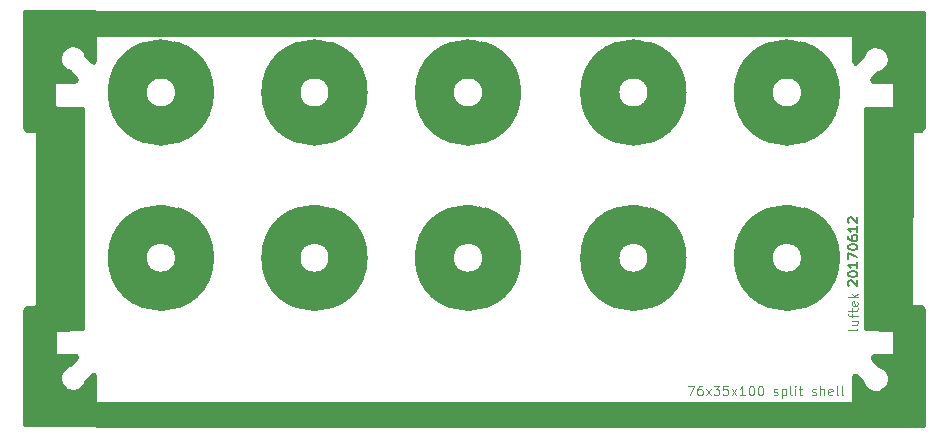
<source format=gts>
G04 #@! TF.GenerationSoftware,KiCad,Pcbnew,(2017-06-07 revision 51bed4bae)-makepkg*
G04 #@! TF.CreationDate,2017-06-10T14:48:25+02:00*
G04 #@! TF.ProjectId,Front_Panel_76x35,46726F6E745F50616E656C5F37367833,rev?*
G04 #@! TF.FileFunction,Soldermask,Top*
G04 #@! TF.FilePolarity,Negative*
%FSLAX46Y46*%
G04 Gerber Fmt 4.6, Leading zero omitted, Abs format (unit mm)*
G04 Created by KiCad (PCBNEW (2017-06-07 revision 51bed4bae)-makepkg) date 06/10/17 14:48:25*
%MOMM*%
%LPD*%
G01*
G04 APERTURE LIST*
%ADD10C,0.150000*%
%ADD11C,0.100000*%
%ADD12C,0.700000*%
%ADD13C,1.350000*%
%ADD14C,3.000000*%
%ADD15C,0.254000*%
G04 APERTURE END LIST*
D10*
D11*
X70461904Y-26790476D02*
X70423809Y-26866666D01*
X70347619Y-26904761D01*
X69661904Y-26904761D01*
X69928571Y-26142857D02*
X70461904Y-26142857D01*
X69928571Y-26485714D02*
X70347619Y-26485714D01*
X70423809Y-26447619D01*
X70461904Y-26371428D01*
X70461904Y-26257142D01*
X70423809Y-26180952D01*
X70385714Y-26142857D01*
X69928571Y-25876190D02*
X69928571Y-25571428D01*
X70461904Y-25761904D02*
X69776190Y-25761904D01*
X69700000Y-25723809D01*
X69661904Y-25647619D01*
X69661904Y-25571428D01*
X69928571Y-25419047D02*
X69928571Y-25114285D01*
X69661904Y-25304761D02*
X70347619Y-25304761D01*
X70423809Y-25266666D01*
X70461904Y-25190476D01*
X70461904Y-25114285D01*
X70423809Y-24542857D02*
X70461904Y-24619047D01*
X70461904Y-24771428D01*
X70423809Y-24847619D01*
X70347619Y-24885714D01*
X70042857Y-24885714D01*
X69966666Y-24847619D01*
X69928571Y-24771428D01*
X69928571Y-24619047D01*
X69966666Y-24542857D01*
X70042857Y-24504761D01*
X70119047Y-24504761D01*
X70195238Y-24885714D01*
X70461904Y-24161904D02*
X69661904Y-24161904D01*
X70157142Y-24085714D02*
X70461904Y-23857142D01*
X69928571Y-23857142D02*
X70233333Y-24161904D01*
D10*
X69698095Y-23180119D02*
X69660000Y-23142023D01*
X69621904Y-23065833D01*
X69621904Y-22875357D01*
X69660000Y-22799166D01*
X69698095Y-22761071D01*
X69774285Y-22722976D01*
X69850476Y-22722976D01*
X69964761Y-22761071D01*
X70421904Y-23218214D01*
X70421904Y-22722976D01*
X69621904Y-22227738D02*
X69621904Y-22151547D01*
X69660000Y-22075357D01*
X69698095Y-22037261D01*
X69774285Y-21999166D01*
X69926666Y-21961071D01*
X70117142Y-21961071D01*
X70269523Y-21999166D01*
X70345714Y-22037261D01*
X70383809Y-22075357D01*
X70421904Y-22151547D01*
X70421904Y-22227738D01*
X70383809Y-22303928D01*
X70345714Y-22342023D01*
X70269523Y-22380119D01*
X70117142Y-22418214D01*
X69926666Y-22418214D01*
X69774285Y-22380119D01*
X69698095Y-22342023D01*
X69660000Y-22303928D01*
X69621904Y-22227738D01*
X70421904Y-21199166D02*
X70421904Y-21656309D01*
X70421904Y-21427738D02*
X69621904Y-21427738D01*
X69736190Y-21503928D01*
X69812380Y-21580119D01*
X69850476Y-21656309D01*
X69621904Y-20932500D02*
X69621904Y-20399166D01*
X70421904Y-20742023D01*
X69621904Y-19942023D02*
X69621904Y-19865833D01*
X69660000Y-19789642D01*
X69698095Y-19751547D01*
X69774285Y-19713452D01*
X69926666Y-19675357D01*
X70117142Y-19675357D01*
X70269523Y-19713452D01*
X70345714Y-19751547D01*
X70383809Y-19789642D01*
X70421904Y-19865833D01*
X70421904Y-19942023D01*
X70383809Y-20018214D01*
X70345714Y-20056309D01*
X70269523Y-20094404D01*
X70117142Y-20132500D01*
X69926666Y-20132500D01*
X69774285Y-20094404D01*
X69698095Y-20056309D01*
X69660000Y-20018214D01*
X69621904Y-19942023D01*
X69621904Y-18989642D02*
X69621904Y-19142023D01*
X69660000Y-19218214D01*
X69698095Y-19256309D01*
X69812380Y-19332500D01*
X69964761Y-19370595D01*
X70269523Y-19370595D01*
X70345714Y-19332500D01*
X70383809Y-19294404D01*
X70421904Y-19218214D01*
X70421904Y-19065833D01*
X70383809Y-18989642D01*
X70345714Y-18951547D01*
X70269523Y-18913452D01*
X70079047Y-18913452D01*
X70002857Y-18951547D01*
X69964761Y-18989642D01*
X69926666Y-19065833D01*
X69926666Y-19218214D01*
X69964761Y-19294404D01*
X70002857Y-19332500D01*
X70079047Y-19370595D01*
X70421904Y-18151547D02*
X70421904Y-18608690D01*
X70421904Y-18380119D02*
X69621904Y-18380119D01*
X69736190Y-18456309D01*
X69812380Y-18532500D01*
X69850476Y-18608690D01*
X69698095Y-17846785D02*
X69660000Y-17808690D01*
X69621904Y-17732500D01*
X69621904Y-17542023D01*
X69660000Y-17465833D01*
X69698095Y-17427738D01*
X69774285Y-17389642D01*
X69850476Y-17389642D01*
X69964761Y-17427738D01*
X70421904Y-17884880D01*
X70421904Y-17389642D01*
D11*
X56068571Y-31671904D02*
X56601904Y-31671904D01*
X56259047Y-32471904D01*
X57249523Y-31671904D02*
X57097142Y-31671904D01*
X57020952Y-31710000D01*
X56982857Y-31748095D01*
X56906666Y-31862380D01*
X56868571Y-32014761D01*
X56868571Y-32319523D01*
X56906666Y-32395714D01*
X56944761Y-32433809D01*
X57020952Y-32471904D01*
X57173333Y-32471904D01*
X57249523Y-32433809D01*
X57287619Y-32395714D01*
X57325714Y-32319523D01*
X57325714Y-32129047D01*
X57287619Y-32052857D01*
X57249523Y-32014761D01*
X57173333Y-31976666D01*
X57020952Y-31976666D01*
X56944761Y-32014761D01*
X56906666Y-32052857D01*
X56868571Y-32129047D01*
X57592380Y-32471904D02*
X58011428Y-31938571D01*
X57592380Y-31938571D02*
X58011428Y-32471904D01*
X58240000Y-31671904D02*
X58735238Y-31671904D01*
X58468571Y-31976666D01*
X58582857Y-31976666D01*
X58659047Y-32014761D01*
X58697142Y-32052857D01*
X58735238Y-32129047D01*
X58735238Y-32319523D01*
X58697142Y-32395714D01*
X58659047Y-32433809D01*
X58582857Y-32471904D01*
X58354285Y-32471904D01*
X58278095Y-32433809D01*
X58240000Y-32395714D01*
X59459047Y-31671904D02*
X59078095Y-31671904D01*
X59040000Y-32052857D01*
X59078095Y-32014761D01*
X59154285Y-31976666D01*
X59344761Y-31976666D01*
X59420952Y-32014761D01*
X59459047Y-32052857D01*
X59497142Y-32129047D01*
X59497142Y-32319523D01*
X59459047Y-32395714D01*
X59420952Y-32433809D01*
X59344761Y-32471904D01*
X59154285Y-32471904D01*
X59078095Y-32433809D01*
X59040000Y-32395714D01*
X59763809Y-32471904D02*
X60182857Y-31938571D01*
X59763809Y-31938571D02*
X60182857Y-32471904D01*
X60906666Y-32471904D02*
X60449523Y-32471904D01*
X60678095Y-32471904D02*
X60678095Y-31671904D01*
X60601904Y-31786190D01*
X60525714Y-31862380D01*
X60449523Y-31900476D01*
X61401904Y-31671904D02*
X61478095Y-31671904D01*
X61554285Y-31710000D01*
X61592380Y-31748095D01*
X61630476Y-31824285D01*
X61668571Y-31976666D01*
X61668571Y-32167142D01*
X61630476Y-32319523D01*
X61592380Y-32395714D01*
X61554285Y-32433809D01*
X61478095Y-32471904D01*
X61401904Y-32471904D01*
X61325714Y-32433809D01*
X61287619Y-32395714D01*
X61249523Y-32319523D01*
X61211428Y-32167142D01*
X61211428Y-31976666D01*
X61249523Y-31824285D01*
X61287619Y-31748095D01*
X61325714Y-31710000D01*
X61401904Y-31671904D01*
X62163809Y-31671904D02*
X62240000Y-31671904D01*
X62316190Y-31710000D01*
X62354285Y-31748095D01*
X62392380Y-31824285D01*
X62430476Y-31976666D01*
X62430476Y-32167142D01*
X62392380Y-32319523D01*
X62354285Y-32395714D01*
X62316190Y-32433809D01*
X62240000Y-32471904D01*
X62163809Y-32471904D01*
X62087619Y-32433809D01*
X62049523Y-32395714D01*
X62011428Y-32319523D01*
X61973333Y-32167142D01*
X61973333Y-31976666D01*
X62011428Y-31824285D01*
X62049523Y-31748095D01*
X62087619Y-31710000D01*
X62163809Y-31671904D01*
X63344761Y-32433809D02*
X63420952Y-32471904D01*
X63573333Y-32471904D01*
X63649523Y-32433809D01*
X63687619Y-32357619D01*
X63687619Y-32319523D01*
X63649523Y-32243333D01*
X63573333Y-32205238D01*
X63459047Y-32205238D01*
X63382857Y-32167142D01*
X63344761Y-32090952D01*
X63344761Y-32052857D01*
X63382857Y-31976666D01*
X63459047Y-31938571D01*
X63573333Y-31938571D01*
X63649523Y-31976666D01*
X64030476Y-31938571D02*
X64030476Y-32738571D01*
X64030476Y-31976666D02*
X64106666Y-31938571D01*
X64259047Y-31938571D01*
X64335238Y-31976666D01*
X64373333Y-32014761D01*
X64411428Y-32090952D01*
X64411428Y-32319523D01*
X64373333Y-32395714D01*
X64335238Y-32433809D01*
X64259047Y-32471904D01*
X64106666Y-32471904D01*
X64030476Y-32433809D01*
X64868571Y-32471904D02*
X64792380Y-32433809D01*
X64754285Y-32357619D01*
X64754285Y-31671904D01*
X65173333Y-32471904D02*
X65173333Y-31938571D01*
X65173333Y-31671904D02*
X65135238Y-31710000D01*
X65173333Y-31748095D01*
X65211428Y-31710000D01*
X65173333Y-31671904D01*
X65173333Y-31748095D01*
X65440000Y-31938571D02*
X65744761Y-31938571D01*
X65554285Y-31671904D02*
X65554285Y-32357619D01*
X65592380Y-32433809D01*
X65668571Y-32471904D01*
X65744761Y-32471904D01*
X66582857Y-32433809D02*
X66659047Y-32471904D01*
X66811428Y-32471904D01*
X66887619Y-32433809D01*
X66925714Y-32357619D01*
X66925714Y-32319523D01*
X66887619Y-32243333D01*
X66811428Y-32205238D01*
X66697142Y-32205238D01*
X66620952Y-32167142D01*
X66582857Y-32090952D01*
X66582857Y-32052857D01*
X66620952Y-31976666D01*
X66697142Y-31938571D01*
X66811428Y-31938571D01*
X66887619Y-31976666D01*
X67268571Y-32471904D02*
X67268571Y-31671904D01*
X67611428Y-32471904D02*
X67611428Y-32052857D01*
X67573333Y-31976666D01*
X67497142Y-31938571D01*
X67382857Y-31938571D01*
X67306666Y-31976666D01*
X67268571Y-32014761D01*
X68297142Y-32433809D02*
X68220952Y-32471904D01*
X68068571Y-32471904D01*
X67992380Y-32433809D01*
X67954285Y-32357619D01*
X67954285Y-32052857D01*
X67992380Y-31976666D01*
X68068571Y-31938571D01*
X68220952Y-31938571D01*
X68297142Y-31976666D01*
X68335238Y-32052857D01*
X68335238Y-32129047D01*
X67954285Y-32205238D01*
X68792380Y-32471904D02*
X68716190Y-32433809D01*
X68678095Y-32357619D01*
X68678095Y-31671904D01*
X69211428Y-32471904D02*
X69135238Y-32433809D01*
X69097142Y-32357619D01*
X69097142Y-31671904D01*
D12*
X67370000Y-18850000D02*
X67370000Y-22820000D01*
D13*
X68280000Y-20830000D02*
G75*
G03X68280000Y-20830000I-3830000J0D01*
G01*
D14*
X67110000Y-20830000D02*
G75*
G03X67110000Y-20830000I-2660000J0D01*
G01*
D12*
X54370000Y-18850000D02*
X54370000Y-22820000D01*
D13*
X55280000Y-20830000D02*
G75*
G03X55280000Y-20830000I-3830000J0D01*
G01*
D14*
X54110000Y-20830000D02*
G75*
G03X54110000Y-20830000I-2660000J0D01*
G01*
D12*
X67370000Y-4850000D02*
X67370000Y-8820000D01*
D13*
X68280000Y-6830000D02*
G75*
G03X68280000Y-6830000I-3830000J0D01*
G01*
D14*
X67110000Y-6830000D02*
G75*
G03X67110000Y-6830000I-2660000J0D01*
G01*
D12*
X54370000Y-4850000D02*
X54370000Y-8820000D01*
D13*
X55280000Y-6830000D02*
G75*
G03X55280000Y-6830000I-3830000J0D01*
G01*
D14*
X54110000Y-6830000D02*
G75*
G03X54110000Y-6830000I-2660000J0D01*
G01*
D12*
X40370000Y-18850000D02*
X40370000Y-22820000D01*
D13*
X41280000Y-20830000D02*
G75*
G03X41280000Y-20830000I-3830000J0D01*
G01*
D14*
X40110000Y-20830000D02*
G75*
G03X40110000Y-20830000I-2660000J0D01*
G01*
D12*
X27370000Y-18850000D02*
X27370000Y-22820000D01*
D13*
X28280000Y-20830000D02*
G75*
G03X28280000Y-20830000I-3830000J0D01*
G01*
D14*
X27110000Y-20830000D02*
G75*
G03X27110000Y-20830000I-2660000J0D01*
G01*
D12*
X14370000Y-18850000D02*
X14370000Y-22820000D01*
D13*
X15280000Y-20830000D02*
G75*
G03X15280000Y-20830000I-3830000J0D01*
G01*
D14*
X14110000Y-20830000D02*
G75*
G03X14110000Y-20830000I-2660000J0D01*
G01*
D12*
X40370000Y-4850000D02*
X40370000Y-8820000D01*
D13*
X41280000Y-6830000D02*
G75*
G03X41280000Y-6830000I-3830000J0D01*
G01*
D14*
X40110000Y-6830000D02*
G75*
G03X40110000Y-6830000I-2660000J0D01*
G01*
D12*
X27370000Y-4850000D02*
X27370000Y-8820000D01*
D13*
X28280000Y-6830000D02*
G75*
G03X28280000Y-6830000I-3830000J0D01*
G01*
D14*
X27110000Y-6830000D02*
G75*
G03X27110000Y-6830000I-2660000J0D01*
G01*
D12*
X14370000Y-4850000D02*
X14370000Y-8820000D01*
D13*
X15280000Y-6830000D02*
G75*
G03X15280000Y-6830000I-3830000J0D01*
G01*
D14*
X14110000Y-6830000D02*
G75*
G03X14110000Y-6830000I-2660000J0D01*
G01*
D15*
G36*
X70854735Y-36890D02*
X70598976Y-1933034D01*
X4818728Y-1952961D01*
X4845294Y12905D01*
X70854735Y-36890D01*
X70854735Y-36890D01*
G37*
X70854735Y-36890D02*
X70598976Y-1933034D01*
X4818728Y-1952961D01*
X4845294Y12905D01*
X70854735Y-36890D01*
G36*
X70152424Y-35062960D02*
X5956417Y-35043039D01*
X5947587Y-33126960D01*
X70143573Y-33107039D01*
X70152424Y-35062960D01*
X70152424Y-35062960D01*
G37*
X70152424Y-35062960D02*
X5956417Y-35043039D01*
X5947587Y-33126960D01*
X70143573Y-33107039D01*
X70152424Y-35062960D01*
G36*
X76073043Y-9757610D02*
X75836500Y-10073000D01*
X75140000Y-10073000D01*
X75091399Y-10082667D01*
X75050197Y-10110197D01*
X75022667Y-10151399D01*
X75013000Y-10199739D01*
X74983000Y-24799739D01*
X74992568Y-24848360D01*
X75020013Y-24889618D01*
X75061158Y-24917233D01*
X75110000Y-24927000D01*
X75847394Y-24927000D01*
X76073000Y-25152606D01*
X76073000Y-35073000D01*
X70066424Y-35073000D01*
X70057000Y-32999643D01*
X70057000Y-30842333D01*
X70132350Y-30741866D01*
X70187554Y-30716388D01*
X70293440Y-30751683D01*
X70886553Y-31307727D01*
X70967228Y-31612498D01*
X71003046Y-31672564D01*
X71333046Y-31982564D01*
X71371796Y-32007496D01*
X71761796Y-32167496D01*
X71810000Y-32177000D01*
X72190000Y-32177000D01*
X72253368Y-32160061D01*
X72583368Y-31970061D01*
X72604147Y-31955123D01*
X72864147Y-31725123D01*
X72897315Y-31678643D01*
X73067315Y-31268643D01*
X73076945Y-31216266D01*
X73066945Y-30876266D01*
X73058162Y-30833451D01*
X72928162Y-30503451D01*
X72903065Y-30463583D01*
X72643065Y-30183583D01*
X72600747Y-30153580D01*
X72232299Y-29992974D01*
X71664539Y-29434522D01*
X71624602Y-29274775D01*
X71675253Y-29173474D01*
X71821994Y-29096610D01*
X73391587Y-29076990D01*
X73440064Y-29066716D01*
X73480918Y-29038673D01*
X73507931Y-28997130D01*
X73517000Y-28950000D01*
X73517000Y-27050000D01*
X73507333Y-27001399D01*
X73479803Y-26960197D01*
X73438601Y-26932667D01*
X73391549Y-26923009D01*
X71057066Y-26894540D01*
X71066934Y-8164920D01*
X73362099Y-8126983D01*
X73410533Y-8116513D01*
X73451274Y-8088306D01*
X73478120Y-8046655D01*
X73486998Y-8000661D01*
X73496998Y-6080661D01*
X73487584Y-6032011D01*
X73460269Y-5990666D01*
X73419211Y-5962922D01*
X73370747Y-5953002D01*
X71720187Y-5943293D01*
X71630639Y-5860141D01*
X71585078Y-5780409D01*
X71605477Y-5693714D01*
X72170858Y-5119065D01*
X72464593Y-5008914D01*
X72507409Y-4982134D01*
X72897409Y-4612134D01*
X72930743Y-4559373D01*
X73080743Y-4099373D01*
X73082788Y-4027565D01*
X72942788Y-3497565D01*
X72910992Y-3441403D01*
X72540992Y-3061403D01*
X72500161Y-3033326D01*
X72471946Y-3024910D01*
X71901946Y-2924910D01*
X71849198Y-2926792D01*
X71489198Y-3016792D01*
X71438697Y-3042436D01*
X71078697Y-3342436D01*
X71043037Y-3390516D01*
X70834565Y-3883268D01*
X70283061Y-4359992D01*
X70233763Y-4379711D01*
X70156088Y-4369354D01*
X70099240Y-4317675D01*
X70046898Y-4168124D01*
X70037013Y-2092299D01*
X70121817Y-28740D01*
X71408199Y-46987D01*
X71410794Y-46998D01*
X76082871Y-17798D01*
X76073043Y-9757610D01*
X76073043Y-9757610D01*
G37*
X76073043Y-9757610D02*
X75836500Y-10073000D01*
X75140000Y-10073000D01*
X75091399Y-10082667D01*
X75050197Y-10110197D01*
X75022667Y-10151399D01*
X75013000Y-10199739D01*
X74983000Y-24799739D01*
X74992568Y-24848360D01*
X75020013Y-24889618D01*
X75061158Y-24917233D01*
X75110000Y-24927000D01*
X75847394Y-24927000D01*
X76073000Y-25152606D01*
X76073000Y-35073000D01*
X70066424Y-35073000D01*
X70057000Y-32999643D01*
X70057000Y-30842333D01*
X70132350Y-30741866D01*
X70187554Y-30716388D01*
X70293440Y-30751683D01*
X70886553Y-31307727D01*
X70967228Y-31612498D01*
X71003046Y-31672564D01*
X71333046Y-31982564D01*
X71371796Y-32007496D01*
X71761796Y-32167496D01*
X71810000Y-32177000D01*
X72190000Y-32177000D01*
X72253368Y-32160061D01*
X72583368Y-31970061D01*
X72604147Y-31955123D01*
X72864147Y-31725123D01*
X72897315Y-31678643D01*
X73067315Y-31268643D01*
X73076945Y-31216266D01*
X73066945Y-30876266D01*
X73058162Y-30833451D01*
X72928162Y-30503451D01*
X72903065Y-30463583D01*
X72643065Y-30183583D01*
X72600747Y-30153580D01*
X72232299Y-29992974D01*
X71664539Y-29434522D01*
X71624602Y-29274775D01*
X71675253Y-29173474D01*
X71821994Y-29096610D01*
X73391587Y-29076990D01*
X73440064Y-29066716D01*
X73480918Y-29038673D01*
X73507931Y-28997130D01*
X73517000Y-28950000D01*
X73517000Y-27050000D01*
X73507333Y-27001399D01*
X73479803Y-26960197D01*
X73438601Y-26932667D01*
X73391549Y-26923009D01*
X71057066Y-26894540D01*
X71066934Y-8164920D01*
X73362099Y-8126983D01*
X73410533Y-8116513D01*
X73451274Y-8088306D01*
X73478120Y-8046655D01*
X73486998Y-8000661D01*
X73496998Y-6080661D01*
X73487584Y-6032011D01*
X73460269Y-5990666D01*
X73419211Y-5962922D01*
X73370747Y-5953002D01*
X71720187Y-5943293D01*
X71630639Y-5860141D01*
X71585078Y-5780409D01*
X71605477Y-5693714D01*
X72170858Y-5119065D01*
X72464593Y-5008914D01*
X72507409Y-4982134D01*
X72897409Y-4612134D01*
X72930743Y-4559373D01*
X73080743Y-4099373D01*
X73082788Y-4027565D01*
X72942788Y-3497565D01*
X72910992Y-3441403D01*
X72540992Y-3061403D01*
X72500161Y-3033326D01*
X72471946Y-3024910D01*
X71901946Y-2924910D01*
X71849198Y-2926792D01*
X71489198Y-3016792D01*
X71438697Y-3042436D01*
X71078697Y-3342436D01*
X71043037Y-3390516D01*
X70834565Y-3883268D01*
X70283061Y-4359992D01*
X70233763Y-4379711D01*
X70156088Y-4369354D01*
X70099240Y-4317675D01*
X70046898Y-4168124D01*
X70037013Y-2092299D01*
X70121817Y-28740D01*
X71408199Y-46987D01*
X71410794Y-46998D01*
X76082871Y-17798D01*
X76073043Y-9757610D01*
G36*
X5893000Y-2030357D02*
X5893000Y-4187666D01*
X5817649Y-4288135D01*
X5762446Y-4313614D01*
X5656560Y-4278317D01*
X5063447Y-3722271D01*
X4982771Y-3417501D01*
X4946954Y-3357436D01*
X4616954Y-3047436D01*
X4578204Y-3022504D01*
X4188204Y-2862504D01*
X4140000Y-2853000D01*
X3760000Y-2853000D01*
X3696632Y-2869939D01*
X3366632Y-3059939D01*
X3345853Y-3074877D01*
X3085854Y-3304876D01*
X3052686Y-3351356D01*
X2882685Y-3761357D01*
X2873055Y-3813734D01*
X2883055Y-4153734D01*
X2891838Y-4196548D01*
X3021837Y-4526549D01*
X3046935Y-4566419D01*
X3306936Y-4846418D01*
X3349253Y-4876421D01*
X3717704Y-5037027D01*
X4285462Y-5595480D01*
X4325397Y-5755224D01*
X4274746Y-5856526D01*
X4128007Y-5933390D01*
X2558413Y-5953010D01*
X2509936Y-5963284D01*
X2469082Y-5991327D01*
X2442069Y-6032870D01*
X2433000Y-6080000D01*
X2433001Y-7980000D01*
X2442668Y-8028601D01*
X2470198Y-8069803D01*
X2511400Y-8097333D01*
X2558452Y-8106991D01*
X4892935Y-8135462D01*
X4883066Y-26865080D01*
X2587902Y-26903017D01*
X2539468Y-26913487D01*
X2498727Y-26941694D01*
X2471881Y-26983345D01*
X2463003Y-27029338D01*
X2453002Y-28949338D01*
X2462416Y-28997989D01*
X2489731Y-29039334D01*
X2530789Y-29067078D01*
X2579253Y-29076998D01*
X4229813Y-29086706D01*
X4319361Y-29169859D01*
X4364922Y-29249591D01*
X4344523Y-29336286D01*
X3779142Y-29910936D01*
X3485408Y-30021086D01*
X3442591Y-30047866D01*
X3052591Y-30417866D01*
X3019257Y-30470627D01*
X2869257Y-30930627D01*
X2867212Y-31002435D01*
X3007212Y-31532435D01*
X3039008Y-31588597D01*
X3409008Y-31968597D01*
X3449839Y-31996674D01*
X3478054Y-32005090D01*
X4048054Y-32105090D01*
X4100802Y-32103208D01*
X4460802Y-32013208D01*
X4511303Y-31987564D01*
X4871303Y-31687564D01*
X4906963Y-31639484D01*
X5115436Y-31146730D01*
X5666940Y-30670007D01*
X5716236Y-30650289D01*
X5793912Y-30660646D01*
X5850760Y-30712325D01*
X5903102Y-30861876D01*
X5912987Y-32937701D01*
X5828086Y-35003618D01*
X3979749Y-35013000D01*
X-132872Y-35013000D01*
X-123043Y-25272390D01*
X113500Y-24957000D01*
X810000Y-24957001D01*
X858601Y-24947334D01*
X899802Y-24919804D01*
X927333Y-24878602D01*
X937000Y-24830262D01*
X967000Y-10230261D01*
X957432Y-10181640D01*
X929987Y-10140382D01*
X888842Y-10112767D01*
X840000Y-10103000D01*
X102606Y-10103000D01*
X-123000Y-9877394D01*
X-123002Y42999D01*
X5883574Y42999D01*
X5893000Y-2030357D01*
X5893000Y-2030357D01*
G37*
X5893000Y-2030357D02*
X5893000Y-4187666D01*
X5817649Y-4288135D01*
X5762446Y-4313614D01*
X5656560Y-4278317D01*
X5063447Y-3722271D01*
X4982771Y-3417501D01*
X4946954Y-3357436D01*
X4616954Y-3047436D01*
X4578204Y-3022504D01*
X4188204Y-2862504D01*
X4140000Y-2853000D01*
X3760000Y-2853000D01*
X3696632Y-2869939D01*
X3366632Y-3059939D01*
X3345853Y-3074877D01*
X3085854Y-3304876D01*
X3052686Y-3351356D01*
X2882685Y-3761357D01*
X2873055Y-3813734D01*
X2883055Y-4153734D01*
X2891838Y-4196548D01*
X3021837Y-4526549D01*
X3046935Y-4566419D01*
X3306936Y-4846418D01*
X3349253Y-4876421D01*
X3717704Y-5037027D01*
X4285462Y-5595480D01*
X4325397Y-5755224D01*
X4274746Y-5856526D01*
X4128007Y-5933390D01*
X2558413Y-5953010D01*
X2509936Y-5963284D01*
X2469082Y-5991327D01*
X2442069Y-6032870D01*
X2433000Y-6080000D01*
X2433001Y-7980000D01*
X2442668Y-8028601D01*
X2470198Y-8069803D01*
X2511400Y-8097333D01*
X2558452Y-8106991D01*
X4892935Y-8135462D01*
X4883066Y-26865080D01*
X2587902Y-26903017D01*
X2539468Y-26913487D01*
X2498727Y-26941694D01*
X2471881Y-26983345D01*
X2463003Y-27029338D01*
X2453002Y-28949338D01*
X2462416Y-28997989D01*
X2489731Y-29039334D01*
X2530789Y-29067078D01*
X2579253Y-29076998D01*
X4229813Y-29086706D01*
X4319361Y-29169859D01*
X4364922Y-29249591D01*
X4344523Y-29336286D01*
X3779142Y-29910936D01*
X3485408Y-30021086D01*
X3442591Y-30047866D01*
X3052591Y-30417866D01*
X3019257Y-30470627D01*
X2869257Y-30930627D01*
X2867212Y-31002435D01*
X3007212Y-31532435D01*
X3039008Y-31588597D01*
X3409008Y-31968597D01*
X3449839Y-31996674D01*
X3478054Y-32005090D01*
X4048054Y-32105090D01*
X4100802Y-32103208D01*
X4460802Y-32013208D01*
X4511303Y-31987564D01*
X4871303Y-31687564D01*
X4906963Y-31639484D01*
X5115436Y-31146730D01*
X5666940Y-30670007D01*
X5716236Y-30650289D01*
X5793912Y-30660646D01*
X5850760Y-30712325D01*
X5903102Y-30861876D01*
X5912987Y-32937701D01*
X5828086Y-35003618D01*
X3979749Y-35013000D01*
X-132872Y-35013000D01*
X-123043Y-25272390D01*
X113500Y-24957000D01*
X810000Y-24957001D01*
X858601Y-24947334D01*
X899802Y-24919804D01*
X927333Y-24878602D01*
X937000Y-24830262D01*
X967000Y-10230261D01*
X957432Y-10181640D01*
X929987Y-10140382D01*
X888842Y-10112767D01*
X840000Y-10103000D01*
X102606Y-10103000D01*
X-123000Y-9877394D01*
X-123002Y42999D01*
X5883574Y42999D01*
X5893000Y-2030357D01*
M02*

</source>
